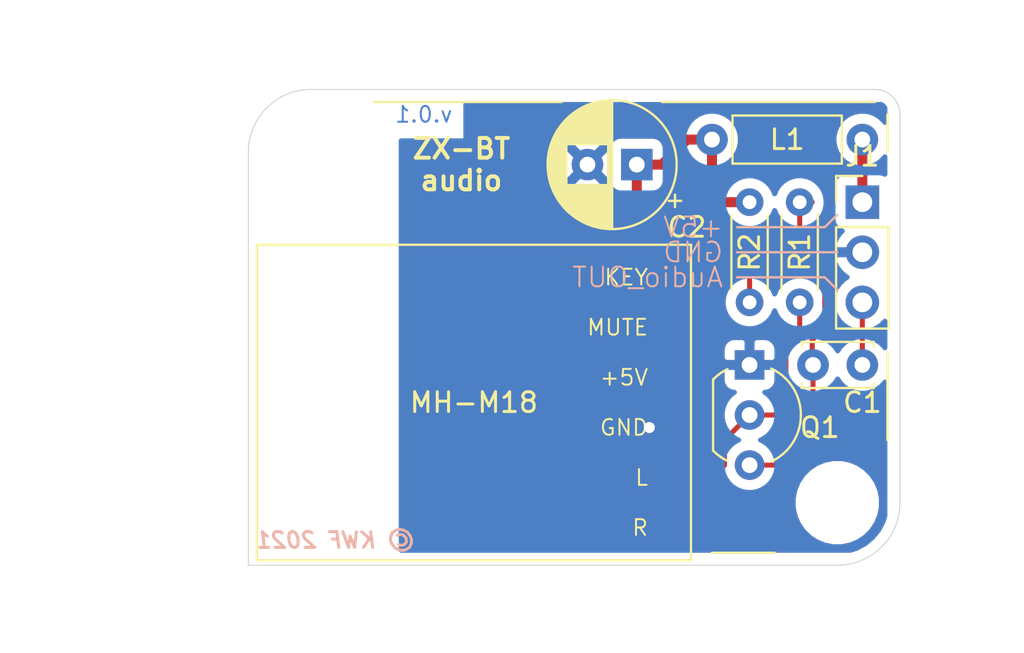
<source format=kicad_pcb>
(kicad_pcb (version 20171130) (host pcbnew "(5.1.9-0-10_14)")

  (general
    (thickness 1.6)
    (drawings 27)
    (tracks 35)
    (zones 0)
    (modules 10)
    (nets 10)
  )

  (page A4)
  (layers
    (0 F.Cu signal)
    (31 B.Cu signal)
    (32 B.Adhes user)
    (33 F.Adhes user)
    (34 B.Paste user)
    (35 F.Paste user)
    (36 B.SilkS user)
    (37 F.SilkS user)
    (38 B.Mask user)
    (39 F.Mask user)
    (40 Dwgs.User user)
    (41 Cmts.User user)
    (42 Eco1.User user)
    (43 Eco2.User user)
    (44 Edge.Cuts user)
    (45 Margin user)
    (46 B.CrtYd user)
    (47 F.CrtYd user)
    (48 B.Fab user)
    (49 F.Fab user)
  )

  (setup
    (last_trace_width 0.254)
    (trace_clearance 0.2032)
    (zone_clearance 0.508)
    (zone_45_only no)
    (trace_min 0.2)
    (via_size 0.8128)
    (via_drill 0.4064)
    (via_min_size 0.4)
    (via_min_drill 0.3)
    (uvia_size 0.3)
    (uvia_drill 0.1)
    (uvias_allowed no)
    (uvia_min_size 0.2)
    (uvia_min_drill 0.1)
    (edge_width 0.05)
    (segment_width 0.2)
    (pcb_text_width 0.3)
    (pcb_text_size 1.5 1.5)
    (mod_edge_width 0.12)
    (mod_text_size 1 1)
    (mod_text_width 0.15)
    (pad_size 3.048 1.524)
    (pad_drill 0)
    (pad_to_mask_clearance 0)
    (aux_axis_origin 0 0)
    (visible_elements FFFFFF7F)
    (pcbplotparams
      (layerselection 0x010fc_ffffffff)
      (usegerberextensions false)
      (usegerberattributes true)
      (usegerberadvancedattributes true)
      (creategerberjobfile true)
      (excludeedgelayer true)
      (linewidth 0.100000)
      (plotframeref false)
      (viasonmask false)
      (mode 1)
      (useauxorigin false)
      (hpglpennumber 1)
      (hpglpenspeed 20)
      (hpglpendiameter 15.000000)
      (psnegative false)
      (psa4output false)
      (plotreference true)
      (plotvalue true)
      (plotinvisibletext false)
      (padsonsilk false)
      (subtractmaskfromsilk false)
      (outputformat 1)
      (mirror false)
      (drillshape 1)
      (scaleselection 1)
      (outputdirectory ""))
  )

  (net 0 "")
  (net 1 "Net-(C1-Pad1)")
  (net 2 "Net-(C1-Pad2)")
  (net 3 VCC)
  (net 4 GND)
  (net 5 +5V)
  (net 6 "Net-(M1-Pad5)")
  (net 7 "Net-(M1-Pad6)")
  (net 8 "Net-(M1-Pad2)")
  (net 9 "Net-(M1-Pad1)")

  (net_class Default "This is the default net class."
    (clearance 0.2032)
    (trace_width 0.254)
    (via_dia 0.8128)
    (via_drill 0.4064)
    (uvia_dia 0.3)
    (uvia_drill 0.1)
    (add_net "Net-(C1-Pad1)")
    (add_net "Net-(C1-Pad2)")
    (add_net "Net-(M1-Pad1)")
    (add_net "Net-(M1-Pad2)")
    (add_net "Net-(M1-Pad5)")
    (add_net "Net-(M1-Pad6)")
  )

  (net_class PWR ""
    (clearance 0.2032)
    (trace_width 0.508)
    (via_dia 1.016)
    (via_drill 0.5588)
    (uvia_dia 0.3)
    (uvia_drill 0.1)
    (add_net +5V)
    (add_net GND)
    (add_net VCC)
  )

  (module MountingHole:MountingHole_3.2mm_M3 (layer F.Cu) (tedit 56D1B4CB) (tstamp 61083075)
    (at 170.815 857.25)
    (descr "Mounting Hole 3.2mm, no annular, M3")
    (tags "mounting hole 3.2mm no annular m3")
    (attr virtual)
    (fp_text reference REF** (at 0 -4.2) (layer F.Fab)
      (effects (font (size 1 1) (thickness 0.15)))
    )
    (fp_text value MountingHole_3.2mm_M3 (at 0 4.2) (layer F.Fab)
      (effects (font (size 1 1) (thickness 0.15)))
    )
    (fp_circle (center 0 0) (end 3.2 0) (layer Cmts.User) (width 0.15))
    (fp_circle (center 0 0) (end 3.45 0) (layer F.CrtYd) (width 0.05))
    (fp_text user %R (at 0.3 0) (layer F.Fab)
      (effects (font (size 1 1) (thickness 0.15)))
    )
    (pad 1 np_thru_hole circle (at 0 0) (size 3.2 3.2) (drill 3.2) (layers *.Cu *.Mask))
  )

  (module MountingHole:MountingHole_3.2mm_M3 (layer F.Cu) (tedit 56D1B4CB) (tstamp 6108304E)
    (at 144.145 839.47)
    (descr "Mounting Hole 3.2mm, no annular, M3")
    (tags "mounting hole 3.2mm no annular m3")
    (attr virtual)
    (fp_text reference REF** (at 0 -4.2) (layer F.Fab)
      (effects (font (size 1 1) (thickness 0.15)))
    )
    (fp_text value MountingHole_3.2mm_M3 (at 0 4.2) (layer F.Fab)
      (effects (font (size 1 1) (thickness 0.15)))
    )
    (fp_circle (center 0 0) (end 3.45 0) (layer F.CrtYd) (width 0.05))
    (fp_circle (center 0 0) (end 3.2 0) (layer Cmts.User) (width 0.15))
    (fp_text user %R (at 0.3 0) (layer F.Fab)
      (effects (font (size 1 1) (thickness 0.15)))
    )
    (pad 1 np_thru_hole circle (at 0 0) (size 3.2 3.2) (drill 3.2) (layers *.Cu *.Mask))
  )

  (module Connector_PinHeader_2.54mm:PinHeader_1x03_P2.54mm_Vertical (layer F.Cu) (tedit 59FED5CC) (tstamp 6107E377)
    (at 172.085 842.01)
    (descr "Through hole straight pin header, 1x03, 2.54mm pitch, single row")
    (tags "Through hole pin header THT 1x03 2.54mm single row")
    (path /610A119E)
    (fp_text reference J1 (at 0 -2.33) (layer F.SilkS)
      (effects (font (size 1 1) (thickness 0.15)))
    )
    (fp_text value Conn (at 0 7.41) (layer F.Fab)
      (effects (font (size 1 1) (thickness 0.15)))
    )
    (fp_line (start 1.8 -1.8) (end -1.8 -1.8) (layer F.CrtYd) (width 0.05))
    (fp_line (start 1.8 6.85) (end 1.8 -1.8) (layer F.CrtYd) (width 0.05))
    (fp_line (start -1.8 6.85) (end 1.8 6.85) (layer F.CrtYd) (width 0.05))
    (fp_line (start -1.8 -1.8) (end -1.8 6.85) (layer F.CrtYd) (width 0.05))
    (fp_line (start -1.33 -1.33) (end 0 -1.33) (layer F.SilkS) (width 0.12))
    (fp_line (start -1.33 0) (end -1.33 -1.33) (layer F.SilkS) (width 0.12))
    (fp_line (start -1.33 1.27) (end 1.33 1.27) (layer F.SilkS) (width 0.12))
    (fp_line (start 1.33 1.27) (end 1.33 6.41) (layer F.SilkS) (width 0.12))
    (fp_line (start -1.33 1.27) (end -1.33 6.41) (layer F.SilkS) (width 0.12))
    (fp_line (start -1.33 6.41) (end 1.33 6.41) (layer F.SilkS) (width 0.12))
    (fp_line (start -1.27 -0.635) (end -0.635 -1.27) (layer F.Fab) (width 0.1))
    (fp_line (start -1.27 6.35) (end -1.27 -0.635) (layer F.Fab) (width 0.1))
    (fp_line (start 1.27 6.35) (end -1.27 6.35) (layer F.Fab) (width 0.1))
    (fp_line (start 1.27 -1.27) (end 1.27 6.35) (layer F.Fab) (width 0.1))
    (fp_line (start -0.635 -1.27) (end 1.27 -1.27) (layer F.Fab) (width 0.1))
    (fp_text user %R (at 0 2.54 90) (layer F.Fab)
      (effects (font (size 1 1) (thickness 0.15)))
    )
    (pad 1 thru_hole rect (at 0 0) (size 1.7 1.7) (drill 1) (layers *.Cu *.Mask)
      (net 5 +5V))
    (pad 2 thru_hole oval (at 0 2.54) (size 1.7 1.7) (drill 1) (layers *.Cu *.Mask)
      (net 4 GND))
    (pad 3 thru_hole oval (at 0 5.08) (size 1.7 1.7) (drill 1) (layers *.Cu *.Mask)
      (net 1 "Net-(C1-Pad1)"))
    (model ${KISYS3DMOD}/Connector_PinHeader_2.54mm.3dshapes/PinHeader_1x03_P2.54mm_Vertical.wrl
      (at (xyz 0 0 0))
      (scale (xyz 1 1 1))
      (rotate (xyz 0 0 0))
    )
  )

  (module "ZX Speccy:MH-M18" (layer F.Cu) (tedit 610785B3) (tstamp 610800CC)
    (at 152.4 852.17)
    (path /6107D085)
    (fp_text reference M1 (at 0 1.27) (layer F.Fab)
      (effects (font (size 1 1) (thickness 0.15)))
    )
    (fp_text value MH-M18 (at 0 0) (layer F.SilkS)
      (effects (font (size 1 1) (thickness 0.15)))
    )
    (fp_line (start -11 8) (end -11 -8) (layer F.SilkS) (width 0.12))
    (fp_line (start -11 -8) (end 11 -8) (layer F.SilkS) (width 0.12))
    (fp_line (start 11 -8) (end 11 8) (layer F.SilkS) (width 0.12))
    (fp_line (start 11 8) (end -11 8) (layer F.SilkS) (width 0.12))
    (fp_line (start -12.065 -8.89) (end -3.81 -8.89) (layer Dwgs.User) (width 0.12))
    (fp_line (start -3.81 -8.89) (end -3.81 8.89) (layer Dwgs.User) (width 0.12))
    (fp_line (start -3.81 8.89) (end -12.065 8.89) (layer Dwgs.User) (width 0.12))
    (fp_line (start -12.065 8.89) (end -12.065 -8.89) (layer Dwgs.User) (width 0.12))
    (fp_line (start -12.065 -6.985) (end -10.16 -8.89) (layer Dwgs.User) (width 0.12))
    (fp_line (start -12.065 -5.08) (end -8.255 -8.89) (layer Dwgs.User) (width 0.12))
    (fp_line (start -12.065 -3.175) (end -6.35 -8.89) (layer Dwgs.User) (width 0.12))
    (fp_line (start -12.065 -1.27) (end -4.445 -8.89) (layer Dwgs.User) (width 0.12))
    (fp_line (start -12.065 0.635) (end -3.81 -7.62) (layer Dwgs.User) (width 0.12))
    (fp_line (start -12.065 2.54) (end -3.81 -5.715) (layer Dwgs.User) (width 0.12))
    (fp_line (start -12.065 4.445) (end -3.81 -3.81) (layer Dwgs.User) (width 0.12))
    (fp_line (start -12.065 6.35) (end -3.81 -1.905) (layer Dwgs.User) (width 0.12))
    (fp_line (start -12.065 8.255) (end -3.81 0) (layer Dwgs.User) (width 0.12))
    (fp_line (start -10.795 8.89) (end -3.81 1.905) (layer Dwgs.User) (width 0.12))
    (fp_line (start -8.89 8.89) (end -3.81 3.81) (layer Dwgs.User) (width 0.12))
    (fp_line (start -6.985 8.89) (end -3.81 5.715) (layer Dwgs.User) (width 0.12))
    (fp_line (start -5.08 8.89) (end -3.81 7.62) (layer Dwgs.User) (width 0.12))
    (fp_text user +5V (at 8.89 -1.27) (layer F.SilkS)
      (effects (font (size 0.8 0.8) (thickness 0.1)) (justify right))
    )
    (fp_text user GND (at 8.89 1.27) (layer F.SilkS)
      (effects (font (size 0.8 0.8) (thickness 0.1)) (justify right))
    )
    (fp_text user L (at 8.89 3.81) (layer F.SilkS)
      (effects (font (size 0.8 0.8) (thickness 0.1)) (justify right))
    )
    (fp_text user R (at 8.89 6.35) (layer F.SilkS)
      (effects (font (size 0.8 0.8) (thickness 0.1)) (justify right))
    )
    (fp_text user MUTE (at 8.89 -3.81) (layer F.SilkS)
      (effects (font (size 0.8 0.8) (thickness 0.1)) (justify right))
    )
    (fp_text user KEY (at 8.89 -6.35) (layer F.SilkS)
      (effects (font (size 0.8 0.8) (thickness 0.1)) (justify right))
    )
    (pad 3 smd oval (at 10.795 -1.27) (size 3.048 1.524) (layers F.Cu F.Paste F.Mask)
      (net 3 VCC))
    (pad 4 smd oval (at 10.795 1.27) (size 3.048 1.524) (layers F.Cu F.Paste F.Mask)
      (net 4 GND))
    (pad 5 smd oval (at 10.795 3.81) (size 3.048 1.524) (layers F.Cu F.Paste F.Mask)
      (net 6 "Net-(M1-Pad5)"))
    (pad 6 smd oval (at 10.795 6.35) (size 3.048 1.524) (layers F.Cu F.Paste F.Mask)
      (net 7 "Net-(M1-Pad6)"))
    (pad 2 smd oval (at 10.795 -3.81) (size 3.048 1.524) (layers F.Cu F.Paste F.Mask)
      (net 8 "Net-(M1-Pad2)"))
    (pad 1 smd oval (at 10.795 -6.35) (size 3.048 1.524) (layers F.Cu F.Paste F.Mask)
      (net 9 "Net-(M1-Pad1)"))
  )

  (module Capacitor_THT:C_Disc_D3.4mm_W2.1mm_P2.50mm (layer F.Cu) (tedit 5AE50EF0) (tstamp 61081DD2)
    (at 172.085 850.265 180)
    (descr "C, Disc series, Radial, pin pitch=2.50mm, , diameter*width=3.4*2.1mm^2, Capacitor, http://www.vishay.com/docs/45233/krseries.pdf")
    (tags "C Disc series Radial pin pitch 2.50mm  diameter 3.4mm width 2.1mm Capacitor")
    (path /6108CBE5)
    (fp_text reference C1 (at 0 -1.905) (layer F.SilkS)
      (effects (font (size 1 1) (thickness 0.15)))
    )
    (fp_text value 100nF (at 1.25 2.3) (layer F.Fab)
      (effects (font (size 1 1) (thickness 0.15)))
    )
    (fp_line (start 3.55 -1.3) (end -1.05 -1.3) (layer F.CrtYd) (width 0.05))
    (fp_line (start 3.55 1.3) (end 3.55 -1.3) (layer F.CrtYd) (width 0.05))
    (fp_line (start -1.05 1.3) (end 3.55 1.3) (layer F.CrtYd) (width 0.05))
    (fp_line (start -1.05 -1.3) (end -1.05 1.3) (layer F.CrtYd) (width 0.05))
    (fp_line (start 3.07 0.925) (end 3.07 1.17) (layer F.SilkS) (width 0.12))
    (fp_line (start 3.07 -1.17) (end 3.07 -0.925) (layer F.SilkS) (width 0.12))
    (fp_line (start -0.57 0.925) (end -0.57 1.17) (layer F.SilkS) (width 0.12))
    (fp_line (start -0.57 -1.17) (end -0.57 -0.925) (layer F.SilkS) (width 0.12))
    (fp_line (start -0.57 1.17) (end 3.07 1.17) (layer F.SilkS) (width 0.12))
    (fp_line (start -0.57 -1.17) (end 3.07 -1.17) (layer F.SilkS) (width 0.12))
    (fp_line (start 2.95 -1.05) (end -0.45 -1.05) (layer F.Fab) (width 0.1))
    (fp_line (start 2.95 1.05) (end 2.95 -1.05) (layer F.Fab) (width 0.1))
    (fp_line (start -0.45 1.05) (end 2.95 1.05) (layer F.Fab) (width 0.1))
    (fp_line (start -0.45 -1.05) (end -0.45 1.05) (layer F.Fab) (width 0.1))
    (fp_text user %R (at 1.25 0) (layer F.Fab)
      (effects (font (size 0.68 0.68) (thickness 0.102)))
    )
    (pad 1 thru_hole circle (at 0 0 180) (size 1.6 1.6) (drill 0.8) (layers *.Cu *.Mask)
      (net 1 "Net-(C1-Pad1)"))
    (pad 2 thru_hole circle (at 2.5 0 180) (size 1.6 1.6) (drill 0.8) (layers *.Cu *.Mask)
      (net 2 "Net-(C1-Pad2)"))
    (model ${KISYS3DMOD}/Capacitor_THT.3dshapes/C_Disc_D3.4mm_W2.1mm_P2.50mm.wrl
      (at (xyz 0 0 0))
      (scale (xyz 1 1 1))
      (rotate (xyz 0 0 0))
    )
  )

  (module Inductor_THT:L_Axial_L5.3mm_D2.2mm_P7.62mm_Horizontal_Vishay_IM-1 (layer F.Cu) (tedit 5AE59B05) (tstamp 61081E69)
    (at 172.085 838.835 180)
    (descr "Inductor, Axial series, Axial, Horizontal, pin pitch=7.62mm, , length*diameter=5.3*2.2mm^2, Vishay, IM-1, http://www.vishay.com/docs/34030/im.pdf")
    (tags "Inductor Axial series Axial Horizontal pin pitch 7.62mm  length 5.3mm diameter 2.2mm Vishay IM-1")
    (path /61099076)
    (fp_text reference L1 (at 3.81 0) (layer F.SilkS)
      (effects (font (size 1 1) (thickness 0.15)))
    )
    (fp_text value 100uH (at 3.81 2.22) (layer F.Fab)
      (effects (font (size 1 1) (thickness 0.15)))
    )
    (fp_line (start 8.67 -1.35) (end -1.05 -1.35) (layer F.CrtYd) (width 0.05))
    (fp_line (start 8.67 1.35) (end 8.67 -1.35) (layer F.CrtYd) (width 0.05))
    (fp_line (start -1.05 1.35) (end 8.67 1.35) (layer F.CrtYd) (width 0.05))
    (fp_line (start -1.05 -1.35) (end -1.05 1.35) (layer F.CrtYd) (width 0.05))
    (fp_line (start 6.58 -1.22) (end 1.04 -1.22) (layer F.SilkS) (width 0.12))
    (fp_line (start 6.58 1.22) (end 6.58 -1.22) (layer F.SilkS) (width 0.12))
    (fp_line (start 1.04 1.22) (end 6.58 1.22) (layer F.SilkS) (width 0.12))
    (fp_line (start 1.04 -1.22) (end 1.04 1.22) (layer F.SilkS) (width 0.12))
    (fp_line (start 7.62 0) (end 6.46 0) (layer F.Fab) (width 0.1))
    (fp_line (start 0 0) (end 1.16 0) (layer F.Fab) (width 0.1))
    (fp_line (start 6.46 -1.1) (end 1.16 -1.1) (layer F.Fab) (width 0.1))
    (fp_line (start 6.46 1.1) (end 6.46 -1.1) (layer F.Fab) (width 0.1))
    (fp_line (start 1.16 1.1) (end 6.46 1.1) (layer F.Fab) (width 0.1))
    (fp_line (start 1.16 -1.1) (end 1.16 1.1) (layer F.Fab) (width 0.1))
    (fp_text user %R (at 3.81 0) (layer F.Fab)
      (effects (font (size 1 1) (thickness 0.15)))
    )
    (pad 1 thru_hole circle (at 0 0 180) (size 1.6 1.6) (drill 0.8) (layers *.Cu *.Mask)
      (net 5 +5V))
    (pad 2 thru_hole oval (at 7.62 0 180) (size 1.6 1.6) (drill 0.8) (layers *.Cu *.Mask)
      (net 3 VCC))
    (model ${KISYS3DMOD}/Inductor_THT.3dshapes/L_Axial_L5.3mm_D2.2mm_P7.62mm_Horizontal_Vishay_IM-1.wrl
      (at (xyz 0 0 0))
      (scale (xyz 1 1 1))
      (rotate (xyz 0 0 0))
    )
  )

  (module Package_TO_SOT_THT:TO-92_Inline_Wide (layer F.Cu) (tedit 5A02FF81) (tstamp 61081E90)
    (at 166.37 850.265 270)
    (descr "TO-92 leads in-line, wide, drill 0.75mm (see NXP sot054_po.pdf)")
    (tags "to-92 sc-43 sc-43a sot54 PA33 transistor")
    (path /6107EC73)
    (fp_text reference Q1 (at 3.175 -3.56 180) (layer F.SilkS)
      (effects (font (size 1 1) (thickness 0.15)))
    )
    (fp_text value 2N3904 (at 2.54 2.79 90) (layer F.Fab)
      (effects (font (size 1 1) (thickness 0.15)))
    )
    (fp_line (start 6.09 2.01) (end -1.01 2.01) (layer F.CrtYd) (width 0.05))
    (fp_line (start 6.09 2.01) (end 6.09 -2.73) (layer F.CrtYd) (width 0.05))
    (fp_line (start -1.01 -2.73) (end -1.01 2.01) (layer F.CrtYd) (width 0.05))
    (fp_line (start -1.01 -2.73) (end 6.09 -2.73) (layer F.CrtYd) (width 0.05))
    (fp_line (start 0.8 1.75) (end 4.3 1.75) (layer F.Fab) (width 0.1))
    (fp_line (start 0.74 1.85) (end 4.34 1.85) (layer F.SilkS) (width 0.12))
    (fp_text user %R (at 2.54 0 90) (layer F.Fab)
      (effects (font (size 1 1) (thickness 0.15)))
    )
    (fp_arc (start 2.54 0) (end 0.74 1.85) (angle 20) (layer F.SilkS) (width 0.12))
    (fp_arc (start 2.54 0) (end 2.54 -2.6) (angle -65) (layer F.SilkS) (width 0.12))
    (fp_arc (start 2.54 0) (end 2.54 -2.6) (angle 65) (layer F.SilkS) (width 0.12))
    (fp_arc (start 2.54 0) (end 2.54 -2.48) (angle 135) (layer F.Fab) (width 0.1))
    (fp_arc (start 2.54 0) (end 2.54 -2.48) (angle -135) (layer F.Fab) (width 0.1))
    (fp_arc (start 2.54 0) (end 4.34 1.85) (angle -20) (layer F.SilkS) (width 0.12))
    (pad 2 thru_hole circle (at 2.54 0 270) (size 1.5 1.5) (drill 0.8) (layers *.Cu *.Mask)
      (net 6 "Net-(M1-Pad5)"))
    (pad 3 thru_hole circle (at 5.08 0 270) (size 1.5 1.5) (drill 0.8) (layers *.Cu *.Mask)
      (net 2 "Net-(C1-Pad2)"))
    (pad 1 thru_hole rect (at 0 0 270) (size 1.5 1.5) (drill 0.8) (layers *.Cu *.Mask)
      (net 4 GND))
    (model ${KISYS3DMOD}/Package_TO_SOT_THT.3dshapes/TO-92_Inline_Wide.wrl
      (at (xyz 0 0 0))
      (scale (xyz 1 1 1))
      (rotate (xyz 0 0 0))
    )
  )

  (module Resistor_THT:R_Axial_DIN0204_L3.6mm_D1.6mm_P5.08mm_Horizontal (layer F.Cu) (tedit 5AE5139B) (tstamp 61081E91)
    (at 168.91 842.01 270)
    (descr "Resistor, Axial_DIN0204 series, Axial, Horizontal, pin pitch=5.08mm, 0.167W, length*diameter=3.6*1.6mm^2, http://cdn-reichelt.de/documents/datenblatt/B400/1_4W%23YAG.pdf")
    (tags "Resistor Axial_DIN0204 series Axial Horizontal pin pitch 5.08mm 0.167W length 3.6mm diameter 1.6mm")
    (path /61087E5F)
    (fp_text reference R1 (at 2.54 0 90) (layer F.SilkS)
      (effects (font (size 1 1) (thickness 0.15)))
    )
    (fp_text value 100k (at 2.54 1.92 90) (layer F.Fab)
      (effects (font (size 1 1) (thickness 0.15)))
    )
    (fp_line (start 0.74 -0.8) (end 0.74 0.8) (layer F.Fab) (width 0.1))
    (fp_line (start 0.74 0.8) (end 4.34 0.8) (layer F.Fab) (width 0.1))
    (fp_line (start 4.34 0.8) (end 4.34 -0.8) (layer F.Fab) (width 0.1))
    (fp_line (start 4.34 -0.8) (end 0.74 -0.8) (layer F.Fab) (width 0.1))
    (fp_line (start 0 0) (end 0.74 0) (layer F.Fab) (width 0.1))
    (fp_line (start 5.08 0) (end 4.34 0) (layer F.Fab) (width 0.1))
    (fp_line (start 0.62 -0.92) (end 4.46 -0.92) (layer F.SilkS) (width 0.12))
    (fp_line (start 0.62 0.92) (end 4.46 0.92) (layer F.SilkS) (width 0.12))
    (fp_line (start -0.95 -1.05) (end -0.95 1.05) (layer F.CrtYd) (width 0.05))
    (fp_line (start -0.95 1.05) (end 6.03 1.05) (layer F.CrtYd) (width 0.05))
    (fp_line (start 6.03 1.05) (end 6.03 -1.05) (layer F.CrtYd) (width 0.05))
    (fp_line (start 6.03 -1.05) (end -0.95 -1.05) (layer F.CrtYd) (width 0.05))
    (fp_text user %R (at 2.54 0 90) (layer F.Fab)
      (effects (font (size 0.72 0.72) (thickness 0.108)))
    )
    (pad 2 thru_hole oval (at 5.08 0 270) (size 1.4 1.4) (drill 0.7) (layers *.Cu *.Mask)
      (net 6 "Net-(M1-Pad5)"))
    (pad 1 thru_hole circle (at 0 0 270) (size 1.4 1.4) (drill 0.7) (layers *.Cu *.Mask)
      (net 2 "Net-(C1-Pad2)"))
    (model ${KISYS3DMOD}/Resistor_THT.3dshapes/R_Axial_DIN0204_L3.6mm_D1.6mm_P5.08mm_Horizontal.wrl
      (at (xyz 0 0 0))
      (scale (xyz 1 1 1))
      (rotate (xyz 0 0 0))
    )
  )

  (module Resistor_THT:R_Axial_DIN0204_L3.6mm_D1.6mm_P5.08mm_Horizontal (layer F.Cu) (tedit 5AE5139B) (tstamp 61081EA3)
    (at 166.37 847.09 90)
    (descr "Resistor, Axial_DIN0204 series, Axial, Horizontal, pin pitch=5.08mm, 0.167W, length*diameter=3.6*1.6mm^2, http://cdn-reichelt.de/documents/datenblatt/B400/1_4W%23YAG.pdf")
    (tags "Resistor Axial_DIN0204 series Axial Horizontal pin pitch 5.08mm 0.167W length 3.6mm diameter 1.6mm")
    (path /60C1A8B1)
    (fp_text reference R2 (at 2.54 0 90) (layer F.SilkS)
      (effects (font (size 1 1) (thickness 0.15)))
    )
    (fp_text value 2k2 (at 2.54 1.92 90) (layer F.Fab)
      (effects (font (size 1 1) (thickness 0.15)))
    )
    (fp_line (start 6.03 -1.05) (end -0.95 -1.05) (layer F.CrtYd) (width 0.05))
    (fp_line (start 6.03 1.05) (end 6.03 -1.05) (layer F.CrtYd) (width 0.05))
    (fp_line (start -0.95 1.05) (end 6.03 1.05) (layer F.CrtYd) (width 0.05))
    (fp_line (start -0.95 -1.05) (end -0.95 1.05) (layer F.CrtYd) (width 0.05))
    (fp_line (start 0.62 0.92) (end 4.46 0.92) (layer F.SilkS) (width 0.12))
    (fp_line (start 0.62 -0.92) (end 4.46 -0.92) (layer F.SilkS) (width 0.12))
    (fp_line (start 5.08 0) (end 4.34 0) (layer F.Fab) (width 0.1))
    (fp_line (start 0 0) (end 0.74 0) (layer F.Fab) (width 0.1))
    (fp_line (start 4.34 -0.8) (end 0.74 -0.8) (layer F.Fab) (width 0.1))
    (fp_line (start 4.34 0.8) (end 4.34 -0.8) (layer F.Fab) (width 0.1))
    (fp_line (start 0.74 0.8) (end 4.34 0.8) (layer F.Fab) (width 0.1))
    (fp_line (start 0.74 -0.8) (end 0.74 0.8) (layer F.Fab) (width 0.1))
    (fp_text user %R (at 2.54 0 90) (layer F.Fab)
      (effects (font (size 0.72 0.72) (thickness 0.108)))
    )
    (pad 1 thru_hole circle (at 0 0 90) (size 1.4 1.4) (drill 0.7) (layers *.Cu *.Mask)
      (net 2 "Net-(C1-Pad2)"))
    (pad 2 thru_hole oval (at 5.08 0 90) (size 1.4 1.4) (drill 0.7) (layers *.Cu *.Mask)
      (net 3 VCC))
    (model ${KISYS3DMOD}/Resistor_THT.3dshapes/R_Axial_DIN0204_L3.6mm_D1.6mm_P5.08mm_Horizontal.wrl
      (at (xyz 0 0 0))
      (scale (xyz 1 1 1))
      (rotate (xyz 0 0 0))
    )
  )

  (module Capacitor_THT:CP_Radial_D6.3mm_P2.50mm (layer F.Cu) (tedit 5AE50EF0) (tstamp 61082A95)
    (at 160.655 840.105 180)
    (descr "CP, Radial series, Radial, pin pitch=2.50mm, , diameter=6.3mm, Electrolytic Capacitor")
    (tags "CP Radial series Radial pin pitch 2.50mm  diameter 6.3mm Electrolytic Capacitor")
    (path /6109857F)
    (fp_text reference C2 (at -2.54 -3.175) (layer F.SilkS)
      (effects (font (size 1 1) (thickness 0.15)))
    )
    (fp_text value 100uF/6.3V (at 1.25 4.4) (layer F.Fab)
      (effects (font (size 1 1) (thickness 0.15)))
    )
    (fp_circle (center 1.25 0) (end 4.4 0) (layer F.Fab) (width 0.1))
    (fp_circle (center 1.25 0) (end 4.52 0) (layer F.SilkS) (width 0.12))
    (fp_circle (center 1.25 0) (end 4.65 0) (layer F.CrtYd) (width 0.05))
    (fp_line (start -1.443972 -1.3735) (end -0.813972 -1.3735) (layer F.Fab) (width 0.1))
    (fp_line (start -1.128972 -1.6885) (end -1.128972 -1.0585) (layer F.Fab) (width 0.1))
    (fp_line (start 1.25 -3.23) (end 1.25 3.23) (layer F.SilkS) (width 0.12))
    (fp_line (start 1.29 -3.23) (end 1.29 3.23) (layer F.SilkS) (width 0.12))
    (fp_line (start 1.33 -3.23) (end 1.33 3.23) (layer F.SilkS) (width 0.12))
    (fp_line (start 1.37 -3.228) (end 1.37 3.228) (layer F.SilkS) (width 0.12))
    (fp_line (start 1.41 -3.227) (end 1.41 3.227) (layer F.SilkS) (width 0.12))
    (fp_line (start 1.45 -3.224) (end 1.45 3.224) (layer F.SilkS) (width 0.12))
    (fp_line (start 1.49 -3.222) (end 1.49 -1.04) (layer F.SilkS) (width 0.12))
    (fp_line (start 1.49 1.04) (end 1.49 3.222) (layer F.SilkS) (width 0.12))
    (fp_line (start 1.53 -3.218) (end 1.53 -1.04) (layer F.SilkS) (width 0.12))
    (fp_line (start 1.53 1.04) (end 1.53 3.218) (layer F.SilkS) (width 0.12))
    (fp_line (start 1.57 -3.215) (end 1.57 -1.04) (layer F.SilkS) (width 0.12))
    (fp_line (start 1.57 1.04) (end 1.57 3.215) (layer F.SilkS) (width 0.12))
    (fp_line (start 1.61 -3.211) (end 1.61 -1.04) (layer F.SilkS) (width 0.12))
    (fp_line (start 1.61 1.04) (end 1.61 3.211) (layer F.SilkS) (width 0.12))
    (fp_line (start 1.65 -3.206) (end 1.65 -1.04) (layer F.SilkS) (width 0.12))
    (fp_line (start 1.65 1.04) (end 1.65 3.206) (layer F.SilkS) (width 0.12))
    (fp_line (start 1.69 -3.201) (end 1.69 -1.04) (layer F.SilkS) (width 0.12))
    (fp_line (start 1.69 1.04) (end 1.69 3.201) (layer F.SilkS) (width 0.12))
    (fp_line (start 1.73 -3.195) (end 1.73 -1.04) (layer F.SilkS) (width 0.12))
    (fp_line (start 1.73 1.04) (end 1.73 3.195) (layer F.SilkS) (width 0.12))
    (fp_line (start 1.77 -3.189) (end 1.77 -1.04) (layer F.SilkS) (width 0.12))
    (fp_line (start 1.77 1.04) (end 1.77 3.189) (layer F.SilkS) (width 0.12))
    (fp_line (start 1.81 -3.182) (end 1.81 -1.04) (layer F.SilkS) (width 0.12))
    (fp_line (start 1.81 1.04) (end 1.81 3.182) (layer F.SilkS) (width 0.12))
    (fp_line (start 1.85 -3.175) (end 1.85 -1.04) (layer F.SilkS) (width 0.12))
    (fp_line (start 1.85 1.04) (end 1.85 3.175) (layer F.SilkS) (width 0.12))
    (fp_line (start 1.89 -3.167) (end 1.89 -1.04) (layer F.SilkS) (width 0.12))
    (fp_line (start 1.89 1.04) (end 1.89 3.167) (layer F.SilkS) (width 0.12))
    (fp_line (start 1.93 -3.159) (end 1.93 -1.04) (layer F.SilkS) (width 0.12))
    (fp_line (start 1.93 1.04) (end 1.93 3.159) (layer F.SilkS) (width 0.12))
    (fp_line (start 1.971 -3.15) (end 1.971 -1.04) (layer F.SilkS) (width 0.12))
    (fp_line (start 1.971 1.04) (end 1.971 3.15) (layer F.SilkS) (width 0.12))
    (fp_line (start 2.011 -3.141) (end 2.011 -1.04) (layer F.SilkS) (width 0.12))
    (fp_line (start 2.011 1.04) (end 2.011 3.141) (layer F.SilkS) (width 0.12))
    (fp_line (start 2.051 -3.131) (end 2.051 -1.04) (layer F.SilkS) (width 0.12))
    (fp_line (start 2.051 1.04) (end 2.051 3.131) (layer F.SilkS) (width 0.12))
    (fp_line (start 2.091 -3.121) (end 2.091 -1.04) (layer F.SilkS) (width 0.12))
    (fp_line (start 2.091 1.04) (end 2.091 3.121) (layer F.SilkS) (width 0.12))
    (fp_line (start 2.131 -3.11) (end 2.131 -1.04) (layer F.SilkS) (width 0.12))
    (fp_line (start 2.131 1.04) (end 2.131 3.11) (layer F.SilkS) (width 0.12))
    (fp_line (start 2.171 -3.098) (end 2.171 -1.04) (layer F.SilkS) (width 0.12))
    (fp_line (start 2.171 1.04) (end 2.171 3.098) (layer F.SilkS) (width 0.12))
    (fp_line (start 2.211 -3.086) (end 2.211 -1.04) (layer F.SilkS) (width 0.12))
    (fp_line (start 2.211 1.04) (end 2.211 3.086) (layer F.SilkS) (width 0.12))
    (fp_line (start 2.251 -3.074) (end 2.251 -1.04) (layer F.SilkS) (width 0.12))
    (fp_line (start 2.251 1.04) (end 2.251 3.074) (layer F.SilkS) (width 0.12))
    (fp_line (start 2.291 -3.061) (end 2.291 -1.04) (layer F.SilkS) (width 0.12))
    (fp_line (start 2.291 1.04) (end 2.291 3.061) (layer F.SilkS) (width 0.12))
    (fp_line (start 2.331 -3.047) (end 2.331 -1.04) (layer F.SilkS) (width 0.12))
    (fp_line (start 2.331 1.04) (end 2.331 3.047) (layer F.SilkS) (width 0.12))
    (fp_line (start 2.371 -3.033) (end 2.371 -1.04) (layer F.SilkS) (width 0.12))
    (fp_line (start 2.371 1.04) (end 2.371 3.033) (layer F.SilkS) (width 0.12))
    (fp_line (start 2.411 -3.018) (end 2.411 -1.04) (layer F.SilkS) (width 0.12))
    (fp_line (start 2.411 1.04) (end 2.411 3.018) (layer F.SilkS) (width 0.12))
    (fp_line (start 2.451 -3.002) (end 2.451 -1.04) (layer F.SilkS) (width 0.12))
    (fp_line (start 2.451 1.04) (end 2.451 3.002) (layer F.SilkS) (width 0.12))
    (fp_line (start 2.491 -2.986) (end 2.491 -1.04) (layer F.SilkS) (width 0.12))
    (fp_line (start 2.491 1.04) (end 2.491 2.986) (layer F.SilkS) (width 0.12))
    (fp_line (start 2.531 -2.97) (end 2.531 -1.04) (layer F.SilkS) (width 0.12))
    (fp_line (start 2.531 1.04) (end 2.531 2.97) (layer F.SilkS) (width 0.12))
    (fp_line (start 2.571 -2.952) (end 2.571 -1.04) (layer F.SilkS) (width 0.12))
    (fp_line (start 2.571 1.04) (end 2.571 2.952) (layer F.SilkS) (width 0.12))
    (fp_line (start 2.611 -2.934) (end 2.611 -1.04) (layer F.SilkS) (width 0.12))
    (fp_line (start 2.611 1.04) (end 2.611 2.934) (layer F.SilkS) (width 0.12))
    (fp_line (start 2.651 -2.916) (end 2.651 -1.04) (layer F.SilkS) (width 0.12))
    (fp_line (start 2.651 1.04) (end 2.651 2.916) (layer F.SilkS) (width 0.12))
    (fp_line (start 2.691 -2.896) (end 2.691 -1.04) (layer F.SilkS) (width 0.12))
    (fp_line (start 2.691 1.04) (end 2.691 2.896) (layer F.SilkS) (width 0.12))
    (fp_line (start 2.731 -2.876) (end 2.731 -1.04) (layer F.SilkS) (width 0.12))
    (fp_line (start 2.731 1.04) (end 2.731 2.876) (layer F.SilkS) (width 0.12))
    (fp_line (start 2.771 -2.856) (end 2.771 -1.04) (layer F.SilkS) (width 0.12))
    (fp_line (start 2.771 1.04) (end 2.771 2.856) (layer F.SilkS) (width 0.12))
    (fp_line (start 2.811 -2.834) (end 2.811 -1.04) (layer F.SilkS) (width 0.12))
    (fp_line (start 2.811 1.04) (end 2.811 2.834) (layer F.SilkS) (width 0.12))
    (fp_line (start 2.851 -2.812) (end 2.851 -1.04) (layer F.SilkS) (width 0.12))
    (fp_line (start 2.851 1.04) (end 2.851 2.812) (layer F.SilkS) (width 0.12))
    (fp_line (start 2.891 -2.79) (end 2.891 -1.04) (layer F.SilkS) (width 0.12))
    (fp_line (start 2.891 1.04) (end 2.891 2.79) (layer F.SilkS) (width 0.12))
    (fp_line (start 2.931 -2.766) (end 2.931 -1.04) (layer F.SilkS) (width 0.12))
    (fp_line (start 2.931 1.04) (end 2.931 2.766) (layer F.SilkS) (width 0.12))
    (fp_line (start 2.971 -2.742) (end 2.971 -1.04) (layer F.SilkS) (width 0.12))
    (fp_line (start 2.971 1.04) (end 2.971 2.742) (layer F.SilkS) (width 0.12))
    (fp_line (start 3.011 -2.716) (end 3.011 -1.04) (layer F.SilkS) (width 0.12))
    (fp_line (start 3.011 1.04) (end 3.011 2.716) (layer F.SilkS) (width 0.12))
    (fp_line (start 3.051 -2.69) (end 3.051 -1.04) (layer F.SilkS) (width 0.12))
    (fp_line (start 3.051 1.04) (end 3.051 2.69) (layer F.SilkS) (width 0.12))
    (fp_line (start 3.091 -2.664) (end 3.091 -1.04) (layer F.SilkS) (width 0.12))
    (fp_line (start 3.091 1.04) (end 3.091 2.664) (layer F.SilkS) (width 0.12))
    (fp_line (start 3.131 -2.636) (end 3.131 -1.04) (layer F.SilkS) (width 0.12))
    (fp_line (start 3.131 1.04) (end 3.131 2.636) (layer F.SilkS) (width 0.12))
    (fp_line (start 3.171 -2.607) (end 3.171 -1.04) (layer F.SilkS) (width 0.12))
    (fp_line (start 3.171 1.04) (end 3.171 2.607) (layer F.SilkS) (width 0.12))
    (fp_line (start 3.211 -2.578) (end 3.211 -1.04) (layer F.SilkS) (width 0.12))
    (fp_line (start 3.211 1.04) (end 3.211 2.578) (layer F.SilkS) (width 0.12))
    (fp_line (start 3.251 -2.548) (end 3.251 -1.04) (layer F.SilkS) (width 0.12))
    (fp_line (start 3.251 1.04) (end 3.251 2.548) (layer F.SilkS) (width 0.12))
    (fp_line (start 3.291 -2.516) (end 3.291 -1.04) (layer F.SilkS) (width 0.12))
    (fp_line (start 3.291 1.04) (end 3.291 2.516) (layer F.SilkS) (width 0.12))
    (fp_line (start 3.331 -2.484) (end 3.331 -1.04) (layer F.SilkS) (width 0.12))
    (fp_line (start 3.331 1.04) (end 3.331 2.484) (layer F.SilkS) (width 0.12))
    (fp_line (start 3.371 -2.45) (end 3.371 -1.04) (layer F.SilkS) (width 0.12))
    (fp_line (start 3.371 1.04) (end 3.371 2.45) (layer F.SilkS) (width 0.12))
    (fp_line (start 3.411 -2.416) (end 3.411 -1.04) (layer F.SilkS) (width 0.12))
    (fp_line (start 3.411 1.04) (end 3.411 2.416) (layer F.SilkS) (width 0.12))
    (fp_line (start 3.451 -2.38) (end 3.451 -1.04) (layer F.SilkS) (width 0.12))
    (fp_line (start 3.451 1.04) (end 3.451 2.38) (layer F.SilkS) (width 0.12))
    (fp_line (start 3.491 -2.343) (end 3.491 -1.04) (layer F.SilkS) (width 0.12))
    (fp_line (start 3.491 1.04) (end 3.491 2.343) (layer F.SilkS) (width 0.12))
    (fp_line (start 3.531 -2.305) (end 3.531 -1.04) (layer F.SilkS) (width 0.12))
    (fp_line (start 3.531 1.04) (end 3.531 2.305) (layer F.SilkS) (width 0.12))
    (fp_line (start 3.571 -2.265) (end 3.571 2.265) (layer F.SilkS) (width 0.12))
    (fp_line (start 3.611 -2.224) (end 3.611 2.224) (layer F.SilkS) (width 0.12))
    (fp_line (start 3.651 -2.182) (end 3.651 2.182) (layer F.SilkS) (width 0.12))
    (fp_line (start 3.691 -2.137) (end 3.691 2.137) (layer F.SilkS) (width 0.12))
    (fp_line (start 3.731 -2.092) (end 3.731 2.092) (layer F.SilkS) (width 0.12))
    (fp_line (start 3.771 -2.044) (end 3.771 2.044) (layer F.SilkS) (width 0.12))
    (fp_line (start 3.811 -1.995) (end 3.811 1.995) (layer F.SilkS) (width 0.12))
    (fp_line (start 3.851 -1.944) (end 3.851 1.944) (layer F.SilkS) (width 0.12))
    (fp_line (start 3.891 -1.89) (end 3.891 1.89) (layer F.SilkS) (width 0.12))
    (fp_line (start 3.931 -1.834) (end 3.931 1.834) (layer F.SilkS) (width 0.12))
    (fp_line (start 3.971 -1.776) (end 3.971 1.776) (layer F.SilkS) (width 0.12))
    (fp_line (start 4.011 -1.714) (end 4.011 1.714) (layer F.SilkS) (width 0.12))
    (fp_line (start 4.051 -1.65) (end 4.051 1.65) (layer F.SilkS) (width 0.12))
    (fp_line (start 4.091 -1.581) (end 4.091 1.581) (layer F.SilkS) (width 0.12))
    (fp_line (start 4.131 -1.509) (end 4.131 1.509) (layer F.SilkS) (width 0.12))
    (fp_line (start 4.171 -1.432) (end 4.171 1.432) (layer F.SilkS) (width 0.12))
    (fp_line (start 4.211 -1.35) (end 4.211 1.35) (layer F.SilkS) (width 0.12))
    (fp_line (start 4.251 -1.262) (end 4.251 1.262) (layer F.SilkS) (width 0.12))
    (fp_line (start 4.291 -1.165) (end 4.291 1.165) (layer F.SilkS) (width 0.12))
    (fp_line (start 4.331 -1.059) (end 4.331 1.059) (layer F.SilkS) (width 0.12))
    (fp_line (start 4.371 -0.94) (end 4.371 0.94) (layer F.SilkS) (width 0.12))
    (fp_line (start 4.411 -0.802) (end 4.411 0.802) (layer F.SilkS) (width 0.12))
    (fp_line (start 4.451 -0.633) (end 4.451 0.633) (layer F.SilkS) (width 0.12))
    (fp_line (start 4.491 -0.402) (end 4.491 0.402) (layer F.SilkS) (width 0.12))
    (fp_line (start -2.250241 -1.839) (end -1.620241 -1.839) (layer F.SilkS) (width 0.12))
    (fp_line (start -1.935241 -2.154) (end -1.935241 -1.524) (layer F.SilkS) (width 0.12))
    (fp_text user %R (at 1.25 0) (layer F.Fab)
      (effects (font (size 1 1) (thickness 0.15)))
    )
    (pad 1 thru_hole rect (at 0 0 180) (size 1.6 1.6) (drill 0.8) (layers *.Cu *.Mask)
      (net 3 VCC))
    (pad 2 thru_hole circle (at 2.5 0 180) (size 1.6 1.6) (drill 0.8) (layers *.Cu *.Mask)
      (net 4 GND))
    (model ${KISYS3DMOD}/Capacitor_THT.3dshapes/CP_Radial_D6.3mm_P2.50mm.wrl
      (at (xyz 0 0 0))
      (scale (xyz 1 1 1))
      (rotate (xyz 0 0 0))
    )
  )

  (gr_line (start 165.735 845.82) (end 170.18 845.82) (layer B.SilkS) (width 0.12) (tstamp 610831D2))
  (gr_line (start 165.735 843.28) (end 170.18 843.28) (layer B.SilkS) (width 0.12) (tstamp 610831CF))
  (gr_line (start 170.18 845.82) (end 170.815 846.455) (layer B.SilkS) (width 0.12))
  (gr_line (start 165.735 844.55) (end 170.815 844.55) (layer B.SilkS) (width 0.12))
  (gr_line (start 170.18 843.28) (end 170.815 842.645) (layer B.SilkS) (width 0.12))
  (gr_text "© KWF 2021" (at 145.415 859.155) (layer B.SilkS) (tstamp 610807F1)
    (effects (font (size 0.8 0.8) (thickness 0.15) italic) (justify mirror))
  )
  (gr_text v.0.1 (at 149.86 837.565) (layer B.Cu) (tstamp 610807A9)
    (effects (font (size 0.8 0.8) (thickness 0.1)) (justify mirror))
  )
  (dimension 33.02 (width 0.15) (layer Dwgs.User)
    (gr_text "1.3000 in" (at 157.48 832.455) (layer Dwgs.User)
      (effects (font (size 1 1) (thickness 0.15)))
    )
    (feature1 (pts (xy 173.99 836.295) (xy 173.99 833.168579)))
    (feature2 (pts (xy 140.97 836.295) (xy 140.97 833.168579)))
    (crossbar (pts (xy 140.97 833.755) (xy 173.99 833.755)))
    (arrow1a (pts (xy 173.99 833.755) (xy 172.863496 834.341421)))
    (arrow1b (pts (xy 173.99 833.755) (xy 172.863496 833.168579)))
    (arrow2a (pts (xy 140.97 833.755) (xy 142.096504 834.341421)))
    (arrow2b (pts (xy 140.97 833.755) (xy 142.096504 833.168579)))
  )
  (dimension 24.13 (width 0.15) (layer Dwgs.User)
    (gr_text "0.9500 in" (at 178.465 848.36 90) (layer Dwgs.User)
      (effects (font (size 1 1) (thickness 0.15)))
    )
    (feature1 (pts (xy 173.99 836.295) (xy 177.751421 836.295)))
    (feature2 (pts (xy 173.99 860.425) (xy 177.751421 860.425)))
    (crossbar (pts (xy 177.165 860.425) (xy 177.165 836.295)))
    (arrow1a (pts (xy 177.165 836.295) (xy 177.751421 837.421504)))
    (arrow1b (pts (xy 177.165 836.295) (xy 176.578579 837.421504)))
    (arrow2a (pts (xy 177.165 860.425) (xy 177.751421 859.298496)))
    (arrow2b (pts (xy 177.165 860.425) (xy 176.578579 859.298496)))
  )
  (gr_text Audio_OUT (at 165.1 845.82) (layer B.SilkS) (tstamp 6107F7D8)
    (effects (font (size 1 1) (thickness 0.1)) (justify left mirror))
  )
  (gr_text GND (at 165.1 844.55) (layer B.SilkS) (tstamp 61082B52)
    (effects (font (size 1 1) (thickness 0.1)) (justify left mirror))
  )
  (gr_text +5V (at 165.1 843.28) (layer B.SilkS)
    (effects (font (size 1 1) (thickness 0.1)) (justify left mirror))
  )
  (gr_line (start 164.465 859.79) (end 167.64 859.79) (layer F.SilkS) (width 0.12))
  (gr_line (start 173.355 849.63) (end 173.355 854.075) (layer F.SilkS) (width 0.12))
  (gr_line (start 173.355 839.47) (end 173.355 837.565) (layer F.SilkS) (width 0.12))
  (gr_line (start 161.925 836.93) (end 172.72 836.93) (layer F.SilkS) (width 0.12))
  (gr_line (start 147.32 836.93) (end 156.845 836.93) (layer F.SilkS) (width 0.12))
  (gr_text "ZX-BT\naudio" (at 151.765 840.105) (layer F.SilkS)
    (effects (font (size 1 1) (thickness 0.2)))
  )
  (gr_arc (start 170.815 857.25) (end 170.815 860.425) (angle -90) (layer Edge.Cuts) (width 0.05))
  (gr_arc (start 144.145 839.47) (end 144.145 836.295) (angle -90) (layer Edge.Cuts) (width 0.05))
  (gr_arc (start 172.72 837.565) (end 173.99 837.565) (angle -90) (layer Edge.Cuts) (width 0.05))
  (dimension 24.13 (width 0.15) (layer Dwgs.User)
    (gr_text "24.130 mm" (at 132.05 848.36 90) (layer Dwgs.User)
      (effects (font (size 1 1) (thickness 0.15)))
    )
    (feature1 (pts (xy 140.97 836.295) (xy 132.763579 836.295)))
    (feature2 (pts (xy 140.97 860.425) (xy 132.763579 860.425)))
    (crossbar (pts (xy 133.35 860.425) (xy 133.35 836.295)))
    (arrow1a (pts (xy 133.35 836.295) (xy 133.936421 837.421504)))
    (arrow1b (pts (xy 133.35 836.295) (xy 132.763579 837.421504)))
    (arrow2a (pts (xy 133.35 860.425) (xy 133.936421 859.298496)))
    (arrow2b (pts (xy 133.35 860.425) (xy 132.763579 859.298496)))
  )
  (dimension 33.02 (width 0.15) (layer Dwgs.User) (tstamp 6107F19A)
    (gr_text "33.020 mm" (at 157.48 865.535) (layer Dwgs.User) (tstamp 6107F19A)
      (effects (font (size 1 1) (thickness 0.15)))
    )
    (feature1 (pts (xy 173.99 860.425) (xy 173.99 864.821421)))
    (feature2 (pts (xy 140.97 860.425) (xy 140.97 864.821421)))
    (crossbar (pts (xy 140.97 864.235) (xy 173.99 864.235)))
    (arrow1a (pts (xy 173.99 864.235) (xy 172.863496 864.821421)))
    (arrow1b (pts (xy 173.99 864.235) (xy 172.863496 863.648579)))
    (arrow2a (pts (xy 140.97 864.235) (xy 142.096504 864.821421)))
    (arrow2b (pts (xy 140.97 864.235) (xy 142.096504 863.648579)))
  )
  (gr_line (start 140.97 860.425) (end 140.97 839.47) (layer Edge.Cuts) (width 0.05))
  (gr_line (start 170.815 860.425) (end 140.97 860.425) (layer Edge.Cuts) (width 0.05))
  (gr_line (start 173.99 837.565) (end 173.99 857.25) (layer Edge.Cuts) (width 0.05))
  (gr_line (start 144.145 836.295) (end 172.72 836.295) (layer Edge.Cuts) (width 0.05))

  (segment (start 172.085 850.265) (end 172.085 847.09) (width 0.254) (layer F.Cu) (net 1))
  (segment (start 169.585 853.4) (end 169.585 850.265) (width 0.254) (layer F.Cu) (net 2))
  (segment (start 167.64 855.345) (end 169.585 853.4) (width 0.254) (layer F.Cu) (net 2))
  (segment (start 166.37 855.345) (end 167.64 855.345) (width 0.254) (layer F.Cu) (net 2))
  (segment (start 168.91 844.55) (end 168.91 842.01) (width 0.254) (layer F.Cu) (net 2))
  (segment (start 168.91 842.01) (end 169.545 842.01) (width 0.254) (layer F.Cu) (net 2))
  (segment (start 166.37 845.82) (end 166.37 847.09) (width 0.254) (layer F.Cu) (net 2))
  (segment (start 167.64 844.55) (end 166.37 845.82) (width 0.254) (layer F.Cu) (net 2))
  (segment (start 168.91 844.55) (end 167.64 844.55) (width 0.254) (layer F.Cu) (net 2))
  (segment (start 169.545 850.225) (end 169.585 850.265) (width 0.254) (layer F.Cu) (net 2))
  (segment (start 169.545 848.995) (end 169.545 850.225) (width 0.254) (layer F.Cu) (net 2))
  (segment (start 170.18 845.82) (end 170.18 848.36) (width 0.254) (layer F.Cu) (net 2))
  (segment (start 170.18 848.36) (end 169.545 848.995) (width 0.254) (layer F.Cu) (net 2))
  (segment (start 168.91 844.55) (end 170.18 845.82) (width 0.254) (layer F.Cu) (net 2))
  (segment (start 161.29 850.9) (end 163.195 850.9) (width 0.508) (layer F.Cu) (net 3))
  (segment (start 160.655 850.265) (end 161.29 850.9) (width 0.508) (layer F.Cu) (net 3))
  (segment (start 160.655 840.105) (end 160.655 850.265) (width 0.508) (layer F.Cu) (net 3))
  (segment (start 161.925 840.105) (end 160.655 840.105) (width 0.508) (layer F.Cu) (net 3))
  (segment (start 163.195 838.835) (end 161.925 840.105) (width 0.508) (layer F.Cu) (net 3))
  (segment (start 164.465 838.835) (end 163.195 838.835) (width 0.508) (layer F.Cu) (net 3))
  (segment (start 164.465 838.835) (end 164.465 841.375) (width 0.508) (layer F.Cu) (net 3))
  (segment (start 164.465 841.375) (end 165.1 842.01) (width 0.508) (layer F.Cu) (net 3))
  (segment (start 165.1 842.01) (end 166.37 842.01) (width 0.508) (layer F.Cu) (net 3))
  (via (at 161.29 853.44) (size 1.016) (drill 0.5588) (layers F.Cu B.Cu) (net 4))
  (segment (start 163.195 853.44) (end 161.29 853.44) (width 0.508) (layer F.Cu) (net 4))
  (segment (start 172.085 842.01) (end 172.085 838.835) (width 0.508) (layer F.Cu) (net 5))
  (segment (start 163.195 855.98) (end 164.465 855.98) (width 0.254) (layer F.Cu) (net 6))
  (segment (start 165.1 855.345) (end 165.1 854.075) (width 0.254) (layer F.Cu) (net 6))
  (segment (start 164.465 855.98) (end 165.1 855.345) (width 0.254) (layer F.Cu) (net 6))
  (segment (start 165.1 854.075) (end 166.37 852.805) (width 0.254) (layer F.Cu) (net 6))
  (segment (start 168.91 848.36) (end 168.91 847.09) (width 0.254) (layer F.Cu) (net 6))
  (segment (start 168.210001 849.059999) (end 168.91 848.36) (width 0.254) (layer F.Cu) (net 6))
  (segment (start 168.210001 852.234999) (end 168.210001 849.059999) (width 0.254) (layer F.Cu) (net 6))
  (segment (start 167.64 852.805) (end 168.210001 852.234999) (width 0.254) (layer F.Cu) (net 6))
  (segment (start 166.37 852.805) (end 167.64 852.805) (width 0.254) (layer F.Cu) (net 6))

  (zone (net 4) (net_name GND) (layer B.Cu) (tstamp 0) (hatch edge 0.508)
    (connect_pads (clearance 0.508))
    (min_thickness 0.254)
    (fill yes (arc_segments 32) (thermal_gap 0.508) (thermal_bridge_width 0.508))
    (polygon
      (pts
        (xy 173.355 859.79) (xy 148.59 859.79) (xy 148.59 836.93) (xy 173.355 836.93)
      )
    )
    (filled_polygon
      (pts
        (xy 173.055819 837.059555) (xy 173.147596 837.134407) (xy 173.223091 837.225664) (xy 173.228 837.234743) (xy 173.228 837.962689)
        (xy 173.199637 837.920241) (xy 172.999759 837.720363) (xy 172.764727 837.56332) (xy 172.503574 837.455147) (xy 172.226335 837.4)
        (xy 171.943665 837.4) (xy 171.666426 837.455147) (xy 171.405273 837.56332) (xy 171.170241 837.720363) (xy 170.970363 837.920241)
        (xy 170.81332 838.155273) (xy 170.705147 838.416426) (xy 170.65 838.693665) (xy 170.65 838.976335) (xy 170.705147 839.253574)
        (xy 170.81332 839.514727) (xy 170.970363 839.749759) (xy 171.170241 839.949637) (xy 171.405273 840.10668) (xy 171.666426 840.214853)
        (xy 171.943665 840.27) (xy 172.226335 840.27) (xy 172.503574 840.214853) (xy 172.764727 840.10668) (xy 172.999759 839.949637)
        (xy 173.199637 839.749759) (xy 173.228 839.707311) (xy 173.228 840.596593) (xy 173.17918 840.570498) (xy 173.059482 840.534188)
        (xy 172.935 840.521928) (xy 171.235 840.521928) (xy 171.110518 840.534188) (xy 170.99082 840.570498) (xy 170.880506 840.629463)
        (xy 170.783815 840.708815) (xy 170.704463 840.805506) (xy 170.645498 840.91582) (xy 170.609188 841.035518) (xy 170.596928 841.16)
        (xy 170.596928 842.86) (xy 170.609188 842.984482) (xy 170.645498 843.10418) (xy 170.704463 843.214494) (xy 170.783815 843.311185)
        (xy 170.880506 843.390537) (xy 170.99082 843.449502) (xy 171.071466 843.473966) (xy 170.987412 843.549731) (xy 170.813359 843.78308)
        (xy 170.688175 844.045901) (xy 170.643524 844.19311) (xy 170.764845 844.423) (xy 171.958 844.423) (xy 171.958 844.403)
        (xy 172.212 844.403) (xy 172.212 844.423) (xy 172.232 844.423) (xy 172.232 844.677) (xy 172.212 844.677)
        (xy 172.212 844.697) (xy 171.958 844.697) (xy 171.958 844.677) (xy 170.764845 844.677) (xy 170.643524 844.90689)
        (xy 170.688175 845.054099) (xy 170.813359 845.31692) (xy 170.987412 845.550269) (xy 171.203645 845.745178) (xy 171.320534 845.814805)
        (xy 171.138368 845.936525) (xy 170.931525 846.143368) (xy 170.76901 846.386589) (xy 170.657068 846.656842) (xy 170.6 846.94374)
        (xy 170.6 847.23626) (xy 170.657068 847.523158) (xy 170.76901 847.793411) (xy 170.931525 848.036632) (xy 171.138368 848.243475)
        (xy 171.381589 848.40599) (xy 171.651842 848.517932) (xy 171.93874 848.575) (xy 172.23126 848.575) (xy 172.518158 848.517932)
        (xy 172.788411 848.40599) (xy 173.031632 848.243475) (xy 173.228 848.047107) (xy 173.228 849.392689) (xy 173.199637 849.350241)
        (xy 172.999759 849.150363) (xy 172.764727 848.99332) (xy 172.503574 848.885147) (xy 172.226335 848.83) (xy 171.943665 848.83)
        (xy 171.666426 848.885147) (xy 171.405273 848.99332) (xy 171.170241 849.150363) (xy 170.970363 849.350241) (xy 170.835 849.552827)
        (xy 170.699637 849.350241) (xy 170.499759 849.150363) (xy 170.264727 848.99332) (xy 170.003574 848.885147) (xy 169.726335 848.83)
        (xy 169.443665 848.83) (xy 169.166426 848.885147) (xy 168.905273 848.99332) (xy 168.670241 849.150363) (xy 168.470363 849.350241)
        (xy 168.31332 849.585273) (xy 168.205147 849.846426) (xy 168.15 850.123665) (xy 168.15 850.406335) (xy 168.205147 850.683574)
        (xy 168.31332 850.944727) (xy 168.470363 851.179759) (xy 168.670241 851.379637) (xy 168.905273 851.53668) (xy 169.166426 851.644853)
        (xy 169.443665 851.7) (xy 169.726335 851.7) (xy 170.003574 851.644853) (xy 170.264727 851.53668) (xy 170.499759 851.379637)
        (xy 170.699637 851.179759) (xy 170.835 850.977173) (xy 170.970363 851.179759) (xy 171.170241 851.379637) (xy 171.405273 851.53668)
        (xy 171.666426 851.644853) (xy 171.943665 851.7) (xy 172.226335 851.7) (xy 172.503574 851.644853) (xy 172.764727 851.53668)
        (xy 172.999759 851.379637) (xy 173.199637 851.179759) (xy 173.228 851.137311) (xy 173.228 857.906796) (xy 173.137307 858.207186)
        (xy 172.907161 858.640028) (xy 172.597323 859.019927) (xy 172.2196 859.332406) (xy 171.788373 859.565569) (xy 171.473624 859.663)
        (xy 148.717 859.663) (xy 148.717 857.029872) (xy 168.58 857.029872) (xy 168.58 857.470128) (xy 168.66589 857.901925)
        (xy 168.834369 858.308669) (xy 169.078962 858.674729) (xy 169.390271 858.986038) (xy 169.756331 859.230631) (xy 170.163075 859.39911)
        (xy 170.594872 859.485) (xy 171.035128 859.485) (xy 171.466925 859.39911) (xy 171.873669 859.230631) (xy 172.239729 858.986038)
        (xy 172.551038 858.674729) (xy 172.795631 858.308669) (xy 172.96411 857.901925) (xy 173.05 857.470128) (xy 173.05 857.029872)
        (xy 172.96411 856.598075) (xy 172.795631 856.191331) (xy 172.551038 855.825271) (xy 172.239729 855.513962) (xy 171.873669 855.269369)
        (xy 171.466925 855.10089) (xy 171.035128 855.015) (xy 170.594872 855.015) (xy 170.163075 855.10089) (xy 169.756331 855.269369)
        (xy 169.390271 855.513962) (xy 169.078962 855.825271) (xy 168.834369 856.191331) (xy 168.66589 856.598075) (xy 168.58 857.029872)
        (xy 148.717 857.029872) (xy 148.717 851.015) (xy 164.981928 851.015) (xy 164.994188 851.139482) (xy 165.030498 851.25918)
        (xy 165.089463 851.369494) (xy 165.168815 851.466185) (xy 165.265506 851.545537) (xy 165.37582 851.604502) (xy 165.495518 851.640812)
        (xy 165.603483 851.651445) (xy 165.487114 851.729201) (xy 165.294201 851.922114) (xy 165.142629 852.148957) (xy 165.038225 852.401011)
        (xy 164.985 852.668589) (xy 164.985 852.941411) (xy 165.038225 853.208989) (xy 165.142629 853.461043) (xy 165.294201 853.687886)
        (xy 165.487114 853.880799) (xy 165.713957 854.032371) (xy 165.816873 854.075) (xy 165.713957 854.117629) (xy 165.487114 854.269201)
        (xy 165.294201 854.462114) (xy 165.142629 854.688957) (xy 165.038225 854.941011) (xy 164.985 855.208589) (xy 164.985 855.481411)
        (xy 165.038225 855.748989) (xy 165.142629 856.001043) (xy 165.294201 856.227886) (xy 165.487114 856.420799) (xy 165.713957 856.572371)
        (xy 165.966011 856.676775) (xy 166.233589 856.73) (xy 166.506411 856.73) (xy 166.773989 856.676775) (xy 167.026043 856.572371)
        (xy 167.252886 856.420799) (xy 167.445799 856.227886) (xy 167.597371 856.001043) (xy 167.701775 855.748989) (xy 167.755 855.481411)
        (xy 167.755 855.208589) (xy 167.701775 854.941011) (xy 167.597371 854.688957) (xy 167.445799 854.462114) (xy 167.252886 854.269201)
        (xy 167.026043 854.117629) (xy 166.923127 854.075) (xy 167.026043 854.032371) (xy 167.252886 853.880799) (xy 167.445799 853.687886)
        (xy 167.597371 853.461043) (xy 167.701775 853.208989) (xy 167.755 852.941411) (xy 167.755 852.668589) (xy 167.701775 852.401011)
        (xy 167.597371 852.148957) (xy 167.445799 851.922114) (xy 167.252886 851.729201) (xy 167.136517 851.651445) (xy 167.244482 851.640812)
        (xy 167.36418 851.604502) (xy 167.474494 851.545537) (xy 167.571185 851.466185) (xy 167.650537 851.369494) (xy 167.709502 851.25918)
        (xy 167.745812 851.139482) (xy 167.758072 851.015) (xy 167.755 850.55075) (xy 167.59625 850.392) (xy 166.497 850.392)
        (xy 166.497 850.412) (xy 166.243 850.412) (xy 166.243 850.392) (xy 165.14375 850.392) (xy 164.985 850.55075)
        (xy 164.981928 851.015) (xy 148.717 851.015) (xy 148.717 849.515) (xy 164.981928 849.515) (xy 164.985 849.97925)
        (xy 165.14375 850.138) (xy 166.243 850.138) (xy 166.243 849.03875) (xy 166.497 849.03875) (xy 166.497 850.138)
        (xy 167.59625 850.138) (xy 167.755 849.97925) (xy 167.758072 849.515) (xy 167.745812 849.390518) (xy 167.709502 849.27082)
        (xy 167.650537 849.160506) (xy 167.571185 849.063815) (xy 167.474494 848.984463) (xy 167.36418 848.925498) (xy 167.244482 848.889188)
        (xy 167.12 848.876928) (xy 166.65575 848.88) (xy 166.497 849.03875) (xy 166.243 849.03875) (xy 166.08425 848.88)
        (xy 165.62 848.876928) (xy 165.495518 848.889188) (xy 165.37582 848.925498) (xy 165.265506 848.984463) (xy 165.168815 849.063815)
        (xy 165.089463 849.160506) (xy 165.030498 849.27082) (xy 164.994188 849.390518) (xy 164.981928 849.515) (xy 148.717 849.515)
        (xy 148.717 846.958514) (xy 165.035 846.958514) (xy 165.035 847.221486) (xy 165.086304 847.479405) (xy 165.186939 847.722359)
        (xy 165.333038 847.941013) (xy 165.518987 848.126962) (xy 165.737641 848.273061) (xy 165.980595 848.373696) (xy 166.238514 848.425)
        (xy 166.501486 848.425) (xy 166.759405 848.373696) (xy 167.002359 848.273061) (xy 167.221013 848.126962) (xy 167.406962 847.941013)
        (xy 167.553061 847.722359) (xy 167.64 847.51247) (xy 167.726939 847.722359) (xy 167.873038 847.941013) (xy 168.058987 848.126962)
        (xy 168.277641 848.273061) (xy 168.520595 848.373696) (xy 168.778514 848.425) (xy 169.041486 848.425) (xy 169.299405 848.373696)
        (xy 169.542359 848.273061) (xy 169.761013 848.126962) (xy 169.946962 847.941013) (xy 170.093061 847.722359) (xy 170.193696 847.479405)
        (xy 170.245 847.221486) (xy 170.245 846.958514) (xy 170.193696 846.700595) (xy 170.093061 846.457641) (xy 169.946962 846.238987)
        (xy 169.761013 846.053038) (xy 169.542359 845.906939) (xy 169.299405 845.806304) (xy 169.041486 845.755) (xy 168.778514 845.755)
        (xy 168.520595 845.806304) (xy 168.277641 845.906939) (xy 168.058987 846.053038) (xy 167.873038 846.238987) (xy 167.726939 846.457641)
        (xy 167.64 846.66753) (xy 167.553061 846.457641) (xy 167.406962 846.238987) (xy 167.221013 846.053038) (xy 167.002359 845.906939)
        (xy 166.759405 845.806304) (xy 166.501486 845.755) (xy 166.238514 845.755) (xy 165.980595 845.806304) (xy 165.737641 845.906939)
        (xy 165.518987 846.053038) (xy 165.333038 846.238987) (xy 165.186939 846.457641) (xy 165.086304 846.700595) (xy 165.035 846.958514)
        (xy 148.717 846.958514) (xy 148.717 841.878514) (xy 165.035 841.878514) (xy 165.035 842.141486) (xy 165.086304 842.399405)
        (xy 165.186939 842.642359) (xy 165.333038 842.861013) (xy 165.518987 843.046962) (xy 165.737641 843.193061) (xy 165.980595 843.293696)
        (xy 166.238514 843.345) (xy 166.501486 843.345) (xy 166.759405 843.293696) (xy 167.002359 843.193061) (xy 167.221013 843.046962)
        (xy 167.406962 842.861013) (xy 167.553061 842.642359) (xy 167.64 842.43247) (xy 167.726939 842.642359) (xy 167.873038 842.861013)
        (xy 168.058987 843.046962) (xy 168.277641 843.193061) (xy 168.520595 843.293696) (xy 168.778514 843.345) (xy 169.041486 843.345)
        (xy 169.299405 843.293696) (xy 169.542359 843.193061) (xy 169.761013 843.046962) (xy 169.946962 842.861013) (xy 170.093061 842.642359)
        (xy 170.193696 842.399405) (xy 170.245 842.141486) (xy 170.245 841.878514) (xy 170.193696 841.620595) (xy 170.093061 841.377641)
        (xy 169.946962 841.158987) (xy 169.761013 840.973038) (xy 169.542359 840.826939) (xy 169.299405 840.726304) (xy 169.041486 840.675)
        (xy 168.778514 840.675) (xy 168.520595 840.726304) (xy 168.277641 840.826939) (xy 168.058987 840.973038) (xy 167.873038 841.158987)
        (xy 167.726939 841.377641) (xy 167.64 841.58753) (xy 167.553061 841.377641) (xy 167.406962 841.158987) (xy 167.221013 840.973038)
        (xy 167.002359 840.826939) (xy 166.759405 840.726304) (xy 166.501486 840.675) (xy 166.238514 840.675) (xy 165.980595 840.726304)
        (xy 165.737641 840.826939) (xy 165.518987 840.973038) (xy 165.333038 841.158987) (xy 165.186939 841.377641) (xy 165.086304 841.620595)
        (xy 165.035 841.878514) (xy 148.717 841.878514) (xy 148.717 841.097702) (xy 157.341903 841.097702) (xy 157.413486 841.341671)
        (xy 157.668996 841.462571) (xy 157.943184 841.5313) (xy 158.225512 841.545217) (xy 158.50513 841.503787) (xy 158.771292 841.408603)
        (xy 158.896514 841.341671) (xy 158.968097 841.097702) (xy 158.155 840.284605) (xy 157.341903 841.097702) (xy 148.717 841.097702)
        (xy 148.717 840.175512) (xy 156.714783 840.175512) (xy 156.756213 840.45513) (xy 156.851397 840.721292) (xy 156.918329 840.846514)
        (xy 157.162298 840.918097) (xy 157.975395 840.105) (xy 158.334605 840.105) (xy 159.147702 840.918097) (xy 159.216928 840.897785)
        (xy 159.216928 840.905) (xy 159.229188 841.029482) (xy 159.265498 841.14918) (xy 159.324463 841.259494) (xy 159.403815 841.356185)
        (xy 159.500506 841.435537) (xy 159.61082 841.494502) (xy 159.730518 841.530812) (xy 159.855 841.543072) (xy 161.455 841.543072)
        (xy 161.579482 841.530812) (xy 161.69918 841.494502) (xy 161.809494 841.435537) (xy 161.906185 841.356185) (xy 161.985537 841.259494)
        (xy 162.044502 841.14918) (xy 162.080812 841.029482) (xy 162.093072 840.905) (xy 162.093072 839.305) (xy 162.080812 839.180518)
        (xy 162.044502 839.06082) (xy 161.985537 838.950506) (xy 161.906185 838.853815) (xy 161.809494 838.774463) (xy 161.69918 838.715498)
        (xy 161.627207 838.693665) (xy 163.03 838.693665) (xy 163.03 838.976335) (xy 163.085147 839.253574) (xy 163.19332 839.514727)
        (xy 163.350363 839.749759) (xy 163.550241 839.949637) (xy 163.785273 840.10668) (xy 164.046426 840.214853) (xy 164.323665 840.27)
        (xy 164.606335 840.27) (xy 164.883574 840.214853) (xy 165.144727 840.10668) (xy 165.379759 839.949637) (xy 165.579637 839.749759)
        (xy 165.73668 839.514727) (xy 165.844853 839.253574) (xy 165.9 838.976335) (xy 165.9 838.693665) (xy 165.844853 838.416426)
        (xy 165.73668 838.155273) (xy 165.579637 837.920241) (xy 165.379759 837.720363) (xy 165.144727 837.56332) (xy 164.883574 837.455147)
        (xy 164.606335 837.4) (xy 164.323665 837.4) (xy 164.046426 837.455147) (xy 163.785273 837.56332) (xy 163.550241 837.720363)
        (xy 163.350363 837.920241) (xy 163.19332 838.155273) (xy 163.085147 838.416426) (xy 163.03 838.693665) (xy 161.627207 838.693665)
        (xy 161.579482 838.679188) (xy 161.455 838.666928) (xy 159.855 838.666928) (xy 159.730518 838.679188) (xy 159.61082 838.715498)
        (xy 159.500506 838.774463) (xy 159.403815 838.853815) (xy 159.324463 838.950506) (xy 159.265498 839.06082) (xy 159.229188 839.180518)
        (xy 159.216928 839.305) (xy 159.216928 839.312215) (xy 159.147702 839.291903) (xy 158.334605 840.105) (xy 157.975395 840.105)
        (xy 157.162298 839.291903) (xy 156.918329 839.363486) (xy 156.797429 839.618996) (xy 156.7287 839.893184) (xy 156.714783 840.175512)
        (xy 148.717 840.175512) (xy 148.717 839.112298) (xy 157.341903 839.112298) (xy 158.155 839.925395) (xy 158.968097 839.112298)
        (xy 158.896514 838.868329) (xy 158.641004 838.747429) (xy 158.366816 838.6787) (xy 158.084488 838.664783) (xy 157.80487 838.706213)
        (xy 157.538708 838.801397) (xy 157.413486 838.868329) (xy 157.341903 839.112298) (xy 148.717 839.112298) (xy 148.717 838.899)
        (xy 151.992619 838.899) (xy 151.992619 837.057) (xy 173.051014 837.057)
      )
    )
  )
)

</source>
